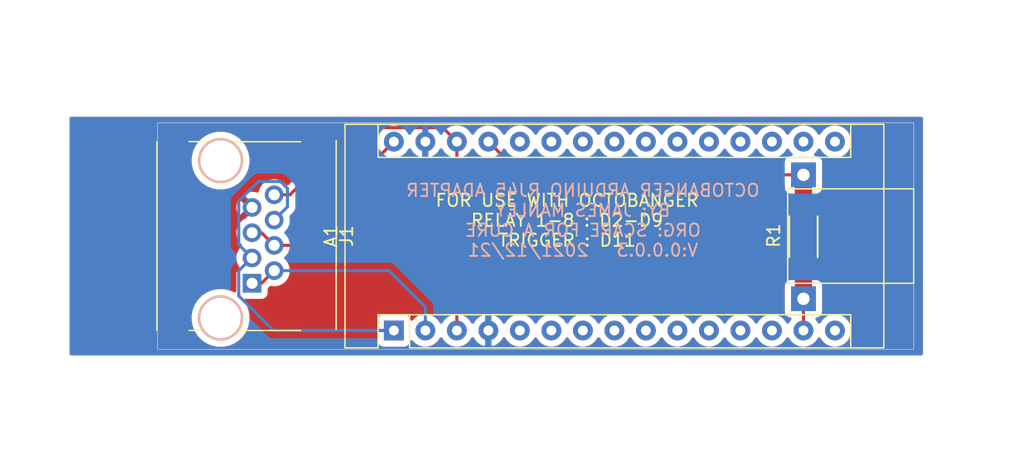
<source format=kicad_pcb>
(kicad_pcb (version 20171130) (host pcbnew "(5.1.12)-1")

  (general
    (thickness 1.6)
    (drawings 10)
    (tracks 34)
    (zones 0)
    (modules 3)
    (nets 29)
  )

  (page A4)
  (layers
    (0 F.Cu signal)
    (31 B.Cu signal)
    (32 B.Adhes user)
    (33 F.Adhes user)
    (34 B.Paste user)
    (35 F.Paste user)
    (36 B.SilkS user)
    (37 F.SilkS user)
    (38 B.Mask user)
    (39 F.Mask user)
    (40 Dwgs.User user)
    (41 Cmts.User user)
    (42 Eco1.User user)
    (43 Eco2.User user)
    (44 Edge.Cuts user)
    (45 Margin user)
    (46 B.CrtYd user)
    (47 F.CrtYd user)
    (48 B.Fab user)
    (49 F.Fab user)
  )

  (setup
    (last_trace_width 0.25)
    (trace_clearance 0.2)
    (zone_clearance 0.508)
    (zone_45_only no)
    (trace_min 0.2)
    (via_size 0.8)
    (via_drill 0.4)
    (via_min_size 0.4)
    (via_min_drill 0.3)
    (uvia_size 0.3)
    (uvia_drill 0.1)
    (uvias_allowed no)
    (uvia_min_size 0.2)
    (uvia_min_drill 0.1)
    (edge_width 0.05)
    (segment_width 0.2)
    (pcb_text_width 0.3)
    (pcb_text_size 1.5 1.5)
    (mod_edge_width 0.12)
    (mod_text_size 1 1)
    (mod_text_width 0.15)
    (pad_size 1.524 1.524)
    (pad_drill 0.762)
    (pad_to_mask_clearance 0)
    (aux_axis_origin 0 0)
    (visible_elements 7FFFFFFF)
    (pcbplotparams
      (layerselection 0x010fc_ffffffff)
      (usegerberextensions false)
      (usegerberattributes true)
      (usegerberadvancedattributes true)
      (creategerberjobfile true)
      (excludeedgelayer true)
      (linewidth 0.100000)
      (plotframeref false)
      (viasonmask false)
      (mode 1)
      (useauxorigin false)
      (hpglpennumber 1)
      (hpglpenspeed 20)
      (hpglpendiameter 15.000000)
      (psnegative false)
      (psa4output false)
      (plotreference true)
      (plotvalue true)
      (plotinvisibletext false)
      (padsonsilk false)
      (subtractmaskfromsilk false)
      (outputformat 1)
      (mirror false)
      (drillshape 1)
      (scaleselection 1)
      (outputdirectory ""))
  )

  (net 0 "")
  (net 1 "Net-(A1-Pad16)")
  (net 2 "Net-(A1-Pad15)")
  (net 3 "Net-(A1-Pad14)")
  (net 4 "Net-(A1-Pad13)")
  (net 5 "Net-(A1-Pad28)")
  (net 6 "Net-(A1-Pad12)")
  (net 7 "Net-(A1-Pad11)")
  (net 8 "Net-(A1-Pad26)")
  (net 9 "Net-(A1-Pad10)")
  (net 10 "Net-(A1-Pad25)")
  (net 11 "Net-(A1-Pad9)")
  (net 12 "Net-(A1-Pad24)")
  (net 13 "Net-(A1-Pad8)")
  (net 14 "Net-(A1-Pad23)")
  (net 15 "Net-(A1-Pad7)")
  (net 16 "Net-(A1-Pad22)")
  (net 17 "Net-(A1-Pad6)")
  (net 18 "Net-(A1-Pad21)")
  (net 19 "Net-(A1-Pad5)")
  (net 20 "Net-(A1-Pad20)")
  (net 21 "Net-(A1-Pad19)")
  (net 22 "Net-(A1-Pad18)")
  (net 23 "Net-(A1-Pad2)")
  (net 24 "Net-(A1-Pad17)")
  (net 25 "Net-(A1-Pad1)")
  (net 26 GND)
  (net 27 +5V)
  (net 28 +12V)

  (net_class Default "This is the default net class."
    (clearance 0.2)
    (trace_width 0.25)
    (via_dia 0.8)
    (via_drill 0.4)
    (uvia_dia 0.3)
    (uvia_drill 0.1)
    (add_net +12V)
    (add_net +5V)
    (add_net GND)
    (add_net "Net-(A1-Pad1)")
    (add_net "Net-(A1-Pad10)")
    (add_net "Net-(A1-Pad11)")
    (add_net "Net-(A1-Pad12)")
    (add_net "Net-(A1-Pad13)")
    (add_net "Net-(A1-Pad14)")
    (add_net "Net-(A1-Pad15)")
    (add_net "Net-(A1-Pad16)")
    (add_net "Net-(A1-Pad17)")
    (add_net "Net-(A1-Pad18)")
    (add_net "Net-(A1-Pad19)")
    (add_net "Net-(A1-Pad2)")
    (add_net "Net-(A1-Pad20)")
    (add_net "Net-(A1-Pad21)")
    (add_net "Net-(A1-Pad22)")
    (add_net "Net-(A1-Pad23)")
    (add_net "Net-(A1-Pad24)")
    (add_net "Net-(A1-Pad25)")
    (add_net "Net-(A1-Pad26)")
    (add_net "Net-(A1-Pad28)")
    (add_net "Net-(A1-Pad5)")
    (add_net "Net-(A1-Pad6)")
    (add_net "Net-(A1-Pad7)")
    (add_net "Net-(A1-Pad8)")
    (add_net "Net-(A1-Pad9)")
  )

  (module digikey-footprints:RJ45_8-[E5J88-00LJG2-L] (layer F.Cu) (tedit 61C21308) (tstamp 6192FFC7)
    (at 180.34 68.58 90)
    (tags RJ45)
    (path /61A38B07)
    (fp_text reference J1 (at 3.81 7.62 90) (layer F.SilkS)
      (effects (font (size 1 1) (thickness 0.15)))
    )
    (fp_text value RJ45 (at 3.32 -6.25 270) (layer F.Fab)
      (effects (font (size 1 1) (thickness 0.15)))
    )
    (fp_line (start -3.81 -5.08) (end -3.81 3.92) (layer F.SilkS) (width 0.12))
    (fp_line (start 11.43 -5.08) (end 11.42 3.91) (layer F.SilkS) (width 0.12))
    (fp_line (start 11.43 -7.67) (end -3.81 -7.67) (layer F.SilkS) (width 0.12))
    (fp_line (start 11.52 6.78) (end -3.72 6.78) (layer F.SilkS) (width 0.12))
    (pad 8 thru_hole circle (at 7.14 1.78 90) (size 1.5 1.5) (drill 0.9) (layers *.Cu *.Mask)
      (net 5 "Net-(A1-Pad28)"))
    (pad 7 thru_hole circle (at 6.12 0 90) (size 1.5 1.5) (drill 0.9) (layers *.Cu *.Mask)
      (net 26 GND))
    (pad 6 thru_hole circle (at 5.1 1.78 90) (size 1.5 1.5) (drill 0.9) (layers *.Cu *.Mask)
      (net 25 "Net-(A1-Pad1)"))
    (pad 5 thru_hole circle (at 4.08 0 90) (size 1.5 1.5) (drill 0.9) (layers *.Cu *.Mask)
      (net 28 +12V))
    (pad 4 thru_hole circle (at 3.06 1.78 90) (size 1.5 1.5) (drill 0.9) (layers *.Cu *.Mask)
      (net 28 +12V))
    (pad 3 thru_hole circle (at 2.04 0 90) (size 1.5 1.5) (drill 0.9) (layers *.Cu *.Mask)
      (net 25 "Net-(A1-Pad1)"))
    (pad 2 thru_hole circle (at 1.02 1.78 90) (size 1.5 1.5) (drill 0.9) (layers *.Cu *.Mask)
      (net 23 "Net-(A1-Pad2)"))
    (pad 1 thru_hole rect (at 0 0 90) (size 1.5 1.5) (drill 0.9) (layers *.Cu *.Mask)
      (net 23 "Net-(A1-Pad2)"))
    (pad Hole np_thru_hole circle (at -2.8 -2.54 90) (size 3.65 3.65) (drill 3.25) (layers *.Cu *.SilkS *.Mask))
    (pad Hole np_thru_hole circle (at 9.9 -2.54 90) (size 3.65 3.65) (drill 3.25) (layers *.Cu *.SilkS *.Mask))
    (model ${KISYS3DMOD}/Connectors.3dshapes/RJ45_8.wrl
      (offset (xyz 4.571999931335449 -6.349999904632568 0))
      (scale (xyz 0.4 0.4 0.4))
      (rotate (xyz 0 0 0))
    )
  )

  (module Resistors_Universal:Resistor_SMD+THTuniversal_1206_RM10_HandSoldering (layer F.Cu) (tedit 0) (tstamp 61C2167B)
    (at 224.79 64.83096 90)
    (descr "Resistor, SMD+THT, universal, 1206, RM10, HandSoldering,")
    (tags "Resistor, SMD+THT, universal, 1206, RM10, Hand soldering,")
    (path /61C21453)
    (fp_text reference R1 (at 0.09906 -2.4003 90) (layer F.SilkS)
      (effects (font (size 1 1) (thickness 0.15)))
    )
    (fp_text value 10K (at 0.06096 2.54 90) (layer F.Fab)
      (effects (font (size 1 1) (thickness 0.15)))
    )
    (fp_line (start 0 -1.143) (end 1.651 -1.143) (layer F.SilkS) (width 0.15))
    (fp_line (start 0 -1.143) (end -1.651 -1.143) (layer F.SilkS) (width 0.15))
    (fp_line (start 1.651 1.143) (end -1.651 1.143) (layer F.SilkS) (width 0.15))
    (pad 1 smd rect (at -2.60096 0 90) (size 2.99974 1.39954) (layers F.Cu F.Paste F.Mask)
      (net 3 "Net-(A1-Pad14)"))
    (pad 2 smd rect (at 2.60096 0 90) (size 2.99974 1.39954) (layers F.Cu F.Paste F.Mask)
      (net 27 +5V))
    (pad 1 thru_hole rect (at -5.00126 0 90) (size 1.99898 1.99898) (drill 1.00076) (layers *.Cu *.Mask)
      (net 3 "Net-(A1-Pad14)"))
    (pad 2 thru_hole rect (at 5.00126 0 90) (size 1.99898 1.99898) (drill 1.00076) (layers *.Cu *.Mask)
      (net 27 +5V))
  )

  (module Modules:Arduino_Nano (layer F.Cu) (tedit 58ACAF70) (tstamp 6192EC32)
    (at 191.77 72.39 90)
    (descr "Arduino Nano, http://www.mouser.com/pdfdocs/Gravitech_Arduino_Nano3_0.pdf")
    (tags "Arduino Nano")
    (path /61A38041)
    (fp_text reference A1 (at 7.62 -5.08 90) (layer F.SilkS)
      (effects (font (size 1 1) (thickness 0.15)))
    )
    (fp_text value Arduino_Nano_v3.x (at 8.89 19.05) (layer F.Fab)
      (effects (font (size 1 1) (thickness 0.15)))
    )
    (fp_line (start 16.75 42.16) (end -1.53 42.16) (layer F.CrtYd) (width 0.05))
    (fp_line (start 16.75 42.16) (end 16.75 -4.06) (layer F.CrtYd) (width 0.05))
    (fp_line (start -1.53 -4.06) (end -1.53 42.16) (layer F.CrtYd) (width 0.05))
    (fp_line (start -1.53 -4.06) (end 16.75 -4.06) (layer F.CrtYd) (width 0.05))
    (fp_line (start 16.51 -3.81) (end 16.51 39.37) (layer F.Fab) (width 0.1))
    (fp_line (start 0 -3.81) (end 16.51 -3.81) (layer F.Fab) (width 0.1))
    (fp_line (start -1.27 -2.54) (end 0 -3.81) (layer F.Fab) (width 0.1))
    (fp_line (start -1.27 39.37) (end -1.27 -2.54) (layer F.Fab) (width 0.1))
    (fp_line (start 16.51 39.37) (end -1.27 39.37) (layer F.Fab) (width 0.1))
    (fp_line (start 16.64 -3.94) (end -1.4 -3.94) (layer F.SilkS) (width 0.12))
    (fp_line (start 16.64 39.5) (end 16.64 -3.94) (layer F.SilkS) (width 0.12))
    (fp_line (start -1.4 39.5) (end 16.64 39.5) (layer F.SilkS) (width 0.12))
    (fp_line (start 3.81 41.91) (end 3.81 31.75) (layer F.Fab) (width 0.1))
    (fp_line (start 11.43 41.91) (end 3.81 41.91) (layer F.Fab) (width 0.1))
    (fp_line (start 11.43 31.75) (end 11.43 41.91) (layer F.Fab) (width 0.1))
    (fp_line (start 3.81 31.75) (end 11.43 31.75) (layer F.Fab) (width 0.1))
    (fp_line (start 1.27 36.83) (end -1.4 36.83) (layer F.SilkS) (width 0.12))
    (fp_line (start 1.27 1.27) (end 1.27 36.83) (layer F.SilkS) (width 0.12))
    (fp_line (start 1.27 1.27) (end -1.4 1.27) (layer F.SilkS) (width 0.12))
    (fp_line (start 13.97 36.83) (end 16.64 36.83) (layer F.SilkS) (width 0.12))
    (fp_line (start 13.97 -1.27) (end 13.97 36.83) (layer F.SilkS) (width 0.12))
    (fp_line (start 13.97 -1.27) (end 16.64 -1.27) (layer F.SilkS) (width 0.12))
    (fp_line (start -1.4 -3.94) (end -1.4 -1.27) (layer F.SilkS) (width 0.12))
    (fp_line (start -1.4 1.27) (end -1.4 39.5) (layer F.SilkS) (width 0.12))
    (fp_line (start 1.27 -1.27) (end -1.4 -1.27) (layer F.SilkS) (width 0.12))
    (fp_line (start 1.27 1.27) (end 1.27 -1.27) (layer F.SilkS) (width 0.12))
    (fp_text user %R (at 6.35 19.05) (layer F.Fab)
      (effects (font (size 1 1) (thickness 0.15)))
    )
    (pad 16 thru_hole oval (at 15.24 35.56 90) (size 1.6 1.6) (drill 0.8) (layers *.Cu *.Mask)
      (net 1 "Net-(A1-Pad16)"))
    (pad 15 thru_hole oval (at 0 35.56 90) (size 1.6 1.6) (drill 0.8) (layers *.Cu *.Mask)
      (net 2 "Net-(A1-Pad15)"))
    (pad 30 thru_hole oval (at 15.24 0 90) (size 1.6 1.6) (drill 0.8) (layers *.Cu *.Mask)
      (net 28 +12V))
    (pad 14 thru_hole oval (at 0 33.02 90) (size 1.6 1.6) (drill 0.8) (layers *.Cu *.Mask)
      (net 3 "Net-(A1-Pad14)"))
    (pad 29 thru_hole oval (at 15.24 2.54 90) (size 1.6 1.6) (drill 0.8) (layers *.Cu *.Mask)
      (net 26 GND))
    (pad 13 thru_hole oval (at 0 30.48 90) (size 1.6 1.6) (drill 0.8) (layers *.Cu *.Mask)
      (net 4 "Net-(A1-Pad13)"))
    (pad 28 thru_hole oval (at 15.24 5.08 90) (size 1.6 1.6) (drill 0.8) (layers *.Cu *.Mask)
      (net 5 "Net-(A1-Pad28)"))
    (pad 12 thru_hole oval (at 0 27.94 90) (size 1.6 1.6) (drill 0.8) (layers *.Cu *.Mask)
      (net 6 "Net-(A1-Pad12)"))
    (pad 27 thru_hole oval (at 15.24 7.62 90) (size 1.6 1.6) (drill 0.8) (layers *.Cu *.Mask)
      (net 27 +5V))
    (pad 11 thru_hole oval (at 0 25.4 90) (size 1.6 1.6) (drill 0.8) (layers *.Cu *.Mask)
      (net 7 "Net-(A1-Pad11)"))
    (pad 26 thru_hole oval (at 15.24 10.16 90) (size 1.6 1.6) (drill 0.8) (layers *.Cu *.Mask)
      (net 8 "Net-(A1-Pad26)"))
    (pad 10 thru_hole oval (at 0 22.86 90) (size 1.6 1.6) (drill 0.8) (layers *.Cu *.Mask)
      (net 9 "Net-(A1-Pad10)"))
    (pad 25 thru_hole oval (at 15.24 12.7 90) (size 1.6 1.6) (drill 0.8) (layers *.Cu *.Mask)
      (net 10 "Net-(A1-Pad25)"))
    (pad 9 thru_hole oval (at 0 20.32 90) (size 1.6 1.6) (drill 0.8) (layers *.Cu *.Mask)
      (net 11 "Net-(A1-Pad9)"))
    (pad 24 thru_hole oval (at 15.24 15.24 90) (size 1.6 1.6) (drill 0.8) (layers *.Cu *.Mask)
      (net 12 "Net-(A1-Pad24)"))
    (pad 8 thru_hole oval (at 0 17.78 90) (size 1.6 1.6) (drill 0.8) (layers *.Cu *.Mask)
      (net 13 "Net-(A1-Pad8)"))
    (pad 23 thru_hole oval (at 15.24 17.78 90) (size 1.6 1.6) (drill 0.8) (layers *.Cu *.Mask)
      (net 14 "Net-(A1-Pad23)"))
    (pad 7 thru_hole oval (at 0 15.24 90) (size 1.6 1.6) (drill 0.8) (layers *.Cu *.Mask)
      (net 15 "Net-(A1-Pad7)"))
    (pad 22 thru_hole oval (at 15.24 20.32 90) (size 1.6 1.6) (drill 0.8) (layers *.Cu *.Mask)
      (net 16 "Net-(A1-Pad22)"))
    (pad 6 thru_hole oval (at 0 12.7 90) (size 1.6 1.6) (drill 0.8) (layers *.Cu *.Mask)
      (net 17 "Net-(A1-Pad6)"))
    (pad 21 thru_hole oval (at 15.24 22.86 90) (size 1.6 1.6) (drill 0.8) (layers *.Cu *.Mask)
      (net 18 "Net-(A1-Pad21)"))
    (pad 5 thru_hole oval (at 0 10.16 90) (size 1.6 1.6) (drill 0.8) (layers *.Cu *.Mask)
      (net 19 "Net-(A1-Pad5)"))
    (pad 20 thru_hole oval (at 15.24 25.4 90) (size 1.6 1.6) (drill 0.8) (layers *.Cu *.Mask)
      (net 20 "Net-(A1-Pad20)"))
    (pad 4 thru_hole oval (at 0 7.62 90) (size 1.6 1.6) (drill 0.8) (layers *.Cu *.Mask)
      (net 26 GND))
    (pad 19 thru_hole oval (at 15.24 27.94 90) (size 1.6 1.6) (drill 0.8) (layers *.Cu *.Mask)
      (net 21 "Net-(A1-Pad19)"))
    (pad 3 thru_hole oval (at 0 5.08 90) (size 1.6 1.6) (drill 0.8) (layers *.Cu *.Mask)
      (net 5 "Net-(A1-Pad28)"))
    (pad 18 thru_hole oval (at 15.24 30.48 90) (size 1.6 1.6) (drill 0.8) (layers *.Cu *.Mask)
      (net 22 "Net-(A1-Pad18)"))
    (pad 2 thru_hole oval (at 0 2.54 90) (size 1.6 1.6) (drill 0.8) (layers *.Cu *.Mask)
      (net 23 "Net-(A1-Pad2)"))
    (pad 17 thru_hole oval (at 15.24 33.02 90) (size 1.6 1.6) (drill 0.8) (layers *.Cu *.Mask)
      (net 24 "Net-(A1-Pad17)"))
    (pad 1 thru_hole rect (at 0 0 90) (size 1.6 1.6) (drill 0.8) (layers *.Cu *.Mask)
      (net 25 "Net-(A1-Pad1)"))
  )

  (gr_text "FOR USE WITH OCTOBANGER\nRELAY 1-8 : D2-D9\nTRIGGER : D11" (at 205.74 63.5) (layer F.SilkS)
    (effects (font (size 1 1) (thickness 0.15)))
  )
  (gr_text "OCTOBANGER ARDUINO RJ45 ADAPTER\nBY: JAMES MANLEY\nORG: SCARE FOR A CURE\nV:0.0.0.3   2021/12/21" (at 207.01 63.5) (layer B.SilkS)
    (effects (font (size 1 1) (thickness 0.15)) (justify mirror))
  )
  (gr_line (start 223.52 68.58) (end 223.52 60.96) (layer F.SilkS) (width 0.12) (tstamp 6192EF91))
  (gr_line (start 233.68 68.58) (end 223.52 68.58) (layer F.SilkS) (width 0.12))
  (gr_line (start 233.68 60.96) (end 233.68 68.58) (layer F.SilkS) (width 0.12))
  (gr_line (start 223.52 60.96) (end 233.68 60.96) (layer F.SilkS) (width 0.12))
  (gr_line (start 233.68 73.914) (end 233.68 55.626) (layer Edge.Cuts) (width 0.05) (tstamp 6192EF90))
  (gr_line (start 172.72 73.914) (end 233.68 73.914) (layer Edge.Cuts) (width 0.05))
  (gr_line (start 172.72 55.626) (end 172.72 73.914) (layer Edge.Cuts) (width 0.05))
  (gr_line (start 233.68 55.626) (end 172.72 55.626) (layer Edge.Cuts) (width 0.05))

  (segment (start 191.77 57.79) (end 191.77 57.15) (width 0.25) (layer F.Cu) (net 28))
  (segment (start 181.1 64.5) (end 182.12 65.52) (width 0.25) (layer F.Cu) (net 28))
  (segment (start 180.34 64.5) (end 181.1 64.5) (width 0.25) (layer F.Cu) (net 28))
  (segment (start 183.4 65.52) (end 191.77 57.15) (width 0.25) (layer F.Cu) (net 28))
  (segment (start 182.12 65.52) (end 183.4 65.52) (width 0.25) (layer F.Cu) (net 28))
  (segment (start 224.79 72.39) (end 224.79 69.83222) (width 0.25) (layer F.Cu) (net 3))
  (segment (start 224.79 69.83222) (end 224.79 67.43192) (width 0.25) (layer F.Cu) (net 3))
  (segment (start 195.724999 56.024999) (end 188.805001 56.024999) (width 0.25) (layer F.Cu) (net 5))
  (segment (start 196.85 57.15) (end 195.724999 56.024999) (width 0.25) (layer F.Cu) (net 5))
  (segment (start 183.39 61.44) (end 188.805001 56.024999) (width 0.25) (layer F.Cu) (net 5))
  (segment (start 182.12 61.44) (end 183.39 61.44) (width 0.25) (layer F.Cu) (net 5))
  (segment (start 196.85 57.15) (end 196.85 72.39) (width 0.25) (layer F.Cu) (net 5))
  (segment (start 224.79 62.23) (end 224.79 59.8297) (width 0.25) (layer F.Cu) (net 27))
  (segment (start 202.0697 59.8297) (end 199.39 57.15) (width 0.25) (layer F.Cu) (net 27))
  (segment (start 224.79 59.8297) (end 202.0697 59.8297) (width 0.25) (layer F.Cu) (net 27))
  (segment (start 194.31 70.49) (end 194.31 72.39) (width 0.25) (layer B.Cu) (net 23))
  (segment (start 191.38 67.56) (end 194.31 70.49) (width 0.25) (layer B.Cu) (net 23))
  (segment (start 181.1 68.58) (end 182.12 67.56) (width 0.25) (layer F.Cu) (net 23))
  (segment (start 180.34 68.58) (end 181.1 68.58) (width 0.25) (layer F.Cu) (net 23))
  (segment (start 182.12 67.56) (end 191.38 67.56) (width 0.25) (layer B.Cu) (net 23))
  (segment (start 191.13 72.39) (end 191.77 72.39) (width 0.25) (layer B.Cu) (net 25))
  (segment (start 183.334998 72.39) (end 191.77 72.39) (width 0.25) (layer B.Cu) (net 25))
  (segment (start 179.264999 65.464999) (end 180.34 66.54) (width 0.25) (layer B.Cu) (net 25))
  (segment (start 182.636001 60.364999) (end 180.843999 60.364999) (width 0.25) (layer B.Cu) (net 25))
  (segment (start 179.264999 61.943999) (end 179.264999 65.464999) (width 0.25) (layer B.Cu) (net 25))
  (segment (start 183.195001 60.923999) (end 182.636001 60.364999) (width 0.25) (layer B.Cu) (net 25))
  (segment (start 180.843999 60.364999) (end 179.264999 61.943999) (width 0.25) (layer B.Cu) (net 25))
  (segment (start 183.195001 62.404999) (end 183.195001 60.923999) (width 0.25) (layer B.Cu) (net 25))
  (segment (start 182.12 63.48) (end 183.195001 62.404999) (width 0.25) (layer B.Cu) (net 25))
  (segment (start 182.064998 72.39) (end 191.77 72.39) (width 0.25) (layer B.Cu) (net 25))
  (segment (start 179.264999 69.590001) (end 182.064998 72.39) (width 0.25) (layer B.Cu) (net 25))
  (segment (start 179.264999 67.569999) (end 179.264999 69.590001) (width 0.25) (layer B.Cu) (net 25))
  (segment (start 180.294998 66.54) (end 179.264999 67.569999) (width 0.25) (layer B.Cu) (net 25))
  (segment (start 180.34 66.54) (end 180.294998 66.54) (width 0.25) (layer B.Cu) (net 25))

  (zone (net 26) (net_name GND) (layer F.Cu) (tstamp 0) (hatch edge 0.508)
    (connect_pads (clearance 0.508))
    (min_thickness 0.254)
    (fill yes (arc_segments 32) (thermal_gap 0.508) (thermal_bridge_width 0.508))
    (polygon
      (pts
        (xy 242.57 83.82) (xy 160.02 83.82) (xy 160.02 45.72) (xy 242.57 45.72)
      )
    )
    (filled_polygon
      (pts
        (xy 188.656015 55.275996) (xy 188.512754 55.319453) (xy 188.380725 55.390025) (xy 188.265 55.484998) (xy 188.241202 55.513996)
        (xy 183.196715 60.558484) (xy 183.195799 60.557114) (xy 183.002886 60.364201) (xy 182.776043 60.212629) (xy 182.523989 60.108225)
        (xy 182.256411 60.055) (xy 181.983589 60.055) (xy 181.716011 60.108225) (xy 181.463957 60.212629) (xy 181.237114 60.364201)
        (xy 181.044201 60.557114) (xy 180.892629 60.783957) (xy 180.788225 61.036011) (xy 180.767729 61.139052) (xy 180.54004 61.08275)
        (xy 180.267508 61.070188) (xy 179.997762 61.111035) (xy 179.741168 61.203723) (xy 179.628137 61.26414) (xy 179.562612 61.503007)
        (xy 180.34 62.280395) (xy 180.354143 62.266253) (xy 180.533748 62.445858) (xy 180.519605 62.46) (xy 180.533748 62.474143)
        (xy 180.354143 62.653748) (xy 180.34 62.639605) (xy 179.723253 63.256352) (xy 179.683957 63.272629) (xy 179.457114 63.424201)
        (xy 179.264201 63.617114) (xy 179.112629 63.843957) (xy 179.008225 64.096011) (xy 178.955 64.363589) (xy 178.955 64.636411)
        (xy 179.008225 64.903989) (xy 179.112629 65.156043) (xy 179.264201 65.382886) (xy 179.401315 65.52) (xy 179.264201 65.657114)
        (xy 179.112629 65.883957) (xy 179.008225 66.136011) (xy 178.955 66.403589) (xy 178.955 66.676411) (xy 179.008225 66.943989)
        (xy 179.112629 67.196043) (xy 179.200776 67.327965) (xy 179.138815 67.378815) (xy 179.059463 67.475506) (xy 179.000498 67.58582)
        (xy 178.964188 67.705518) (xy 178.951928 67.83) (xy 178.951928 69.194459) (xy 178.517556 69.014536) (xy 178.042289 68.92)
        (xy 177.557711 68.92) (xy 177.082444 69.014536) (xy 176.634753 69.199976) (xy 176.231841 69.469193) (xy 175.889193 69.811841)
        (xy 175.619976 70.214753) (xy 175.434536 70.662444) (xy 175.34 71.137711) (xy 175.34 71.622289) (xy 175.434536 72.097556)
        (xy 175.619976 72.545247) (xy 175.889193 72.948159) (xy 176.231841 73.290807) (xy 176.634753 73.560024) (xy 177.082444 73.745464)
        (xy 177.557711 73.84) (xy 178.042289 73.84) (xy 178.517556 73.745464) (xy 178.965247 73.560024) (xy 179.368159 73.290807)
        (xy 179.710807 72.948159) (xy 179.980024 72.545247) (xy 180.165464 72.097556) (xy 180.26 71.622289) (xy 180.26 71.59)
        (xy 190.331928 71.59) (xy 190.331928 73.19) (xy 190.344188 73.314482) (xy 190.380498 73.43418) (xy 190.439463 73.544494)
        (xy 190.518815 73.641185) (xy 190.615506 73.720537) (xy 190.72582 73.779502) (xy 190.845518 73.815812) (xy 190.97 73.828072)
        (xy 192.57 73.828072) (xy 192.694482 73.815812) (xy 192.81418 73.779502) (xy 192.924494 73.720537) (xy 193.021185 73.641185)
        (xy 193.100537 73.544494) (xy 193.159502 73.43418) (xy 193.195812 73.314482) (xy 193.196643 73.306039) (xy 193.395241 73.504637)
        (xy 193.630273 73.66168) (xy 193.891426 73.769853) (xy 194.168665 73.825) (xy 194.451335 73.825) (xy 194.728574 73.769853)
        (xy 194.989727 73.66168) (xy 195.224759 73.504637) (xy 195.424637 73.304759) (xy 195.58 73.072241) (xy 195.735363 73.304759)
        (xy 195.935241 73.504637) (xy 196.170273 73.66168) (xy 196.431426 73.769853) (xy 196.708665 73.825) (xy 196.991335 73.825)
        (xy 197.268574 73.769853) (xy 197.529727 73.66168) (xy 197.764759 73.504637) (xy 197.964637 73.304759) (xy 198.12168 73.069727)
        (xy 198.126067 73.059135) (xy 198.237615 73.245131) (xy 198.426586 73.453519) (xy 198.65258 73.621037) (xy 198.906913 73.741246)
        (xy 199.040961 73.781904) (xy 199.263 73.659915) (xy 199.263 72.517) (xy 199.243 72.517) (xy 199.243 72.263)
        (xy 199.263 72.263) (xy 199.263 71.120085) (xy 199.517 71.120085) (xy 199.517 72.263) (xy 199.537 72.263)
        (xy 199.537 72.517) (xy 199.517 72.517) (xy 199.517 73.659915) (xy 199.739039 73.781904) (xy 199.873087 73.741246)
        (xy 200.12742 73.621037) (xy 200.353414 73.453519) (xy 200.542385 73.245131) (xy 200.653933 73.059135) (xy 200.65832 73.069727)
        (xy 200.815363 73.304759) (xy 201.015241 73.504637) (xy 201.250273 73.66168) (xy 201.511426 73.769853) (xy 201.788665 73.825)
        (xy 202.071335 73.825) (xy 202.348574 73.769853) (xy 202.609727 73.66168) (xy 202.844759 73.504637) (xy 203.044637 73.304759)
        (xy 203.2 73.072241) (xy 203.355363 73.304759) (xy 203.555241 73.504637) (xy 203.790273 73.66168) (xy 204.051426 73.769853)
        (xy 204.328665 73.825) (xy 204.611335 73.825) (xy 204.888574 73.769853) (xy 205.149727 73.66168) (xy 205.384759 73.504637)
        (xy 205.584637 73.304759) (xy 205.74 73.072241) (xy 205.895363 73.304759) (xy 206.095241 73.504637) (xy 206.330273 73.66168)
        (xy 206.591426 73.769853) (xy 206.868665 73.825) (xy 207.151335 73.825) (xy 207.428574 73.769853) (xy 207.689727 73.66168)
        (xy 207.924759 73.504637) (xy 208.124637 73.304759) (xy 208.28 73.072241) (xy 208.435363 73.304759) (xy 208.635241 73.504637)
        (xy 208.870273 73.66168) (xy 209.131426 73.769853) (xy 209.408665 73.825) (xy 209.691335 73.825) (xy 209.968574 73.769853)
        (xy 210.229727 73.66168) (xy 210.464759 73.504637) (xy 210.664637 73.304759) (xy 210.82 73.072241) (xy 210.975363 73.304759)
        (xy 211.175241 73.504637) (xy 211.410273 73.66168) (xy 211.671426 73.769853) (xy 211.948665 73.825) (xy 212.231335 73.825)
        (xy 212.508574 73.769853) (xy 212.769727 73.66168) (xy 213.004759 73.504637) (xy 213.204637 73.304759) (xy 213.36 73.072241)
        (xy 213.515363 73.304759) (xy 213.715241 73.504637) (xy 213.950273 73.66168) (xy 214.211426 73.769853) (xy 214.488665 73.825)
        (xy 214.771335 73.825) (xy 215.048574 73.769853) (xy 215.309727 73.66168) (xy 215.544759 73.504637) (xy 215.744637 73.304759)
        (xy 215.9 73.072241) (xy 216.055363 73.304759) (xy 216.255241 73.504637) (xy 216.490273 73.66168) (xy 216.751426 73.769853)
        (xy 217.028665 73.825) (xy 217.311335 73.825) (xy 217.588574 73.769853) (xy 217.849727 73.66168) (xy 218.084759 73.504637)
        (xy 218.284637 73.304759) (xy 218.44 73.072241) (xy 218.595363 73.304759) (xy 218.795241 73.504637) (xy 219.030273 73.66168)
        (xy 219.291426 73.769853) (xy 219.568665 73.825) (xy 219.851335 73.825) (xy 220.128574 73.769853) (xy 220.389727 73.66168)
        (xy 220.624759 73.504637) (xy 220.824637 73.304759) (xy 220.98 73.072241) (xy 221.135363 73.304759) (xy 221.335241 73.504637)
        (xy 221.570273 73.66168) (xy 221.831426 73.769853) (xy 222.108665 73.825) (xy 222.391335 73.825) (xy 222.668574 73.769853)
        (xy 222.929727 73.66168) (xy 223.164759 73.504637) (xy 223.364637 73.304759) (xy 223.52 73.072241) (xy 223.675363 73.304759)
        (xy 223.875241 73.504637) (xy 224.110273 73.66168) (xy 224.371426 73.769853) (xy 224.648665 73.825) (xy 224.931335 73.825)
        (xy 225.208574 73.769853) (xy 225.469727 73.66168) (xy 225.704759 73.504637) (xy 225.904637 73.304759) (xy 226.06 73.072241)
        (xy 226.215363 73.304759) (xy 226.415241 73.504637) (xy 226.650273 73.66168) (xy 226.911426 73.769853) (xy 227.188665 73.825)
        (xy 227.471335 73.825) (xy 227.748574 73.769853) (xy 228.009727 73.66168) (xy 228.244759 73.504637) (xy 228.444637 73.304759)
        (xy 228.60168 73.069727) (xy 228.709853 72.808574) (xy 228.765 72.531335) (xy 228.765 72.248665) (xy 228.709853 71.971426)
        (xy 228.60168 71.710273) (xy 228.444637 71.475241) (xy 228.244759 71.275363) (xy 228.009727 71.11832) (xy 227.748574 71.010147)
        (xy 227.471335 70.955) (xy 227.188665 70.955) (xy 226.911426 71.010147) (xy 226.650273 71.11832) (xy 226.415241 71.275363)
        (xy 226.215363 71.475241) (xy 226.06 71.707759) (xy 225.904637 71.475241) (xy 225.889344 71.459948) (xy 225.913972 71.457522)
        (xy 226.03367 71.421212) (xy 226.143984 71.362247) (xy 226.240675 71.282895) (xy 226.320027 71.186204) (xy 226.378992 71.07589)
        (xy 226.415302 70.956192) (xy 226.427562 70.83171) (xy 226.427562 68.83273) (xy 226.415302 68.708248) (xy 226.378992 68.58855)
        (xy 226.320027 68.478236) (xy 226.240675 68.381545) (xy 226.143984 68.302193) (xy 226.127842 68.293565) (xy 226.127842 65.93205)
        (xy 226.115582 65.807568) (xy 226.079272 65.68787) (xy 226.020307 65.577556) (xy 225.940955 65.480865) (xy 225.844264 65.401513)
        (xy 225.73395 65.342548) (xy 225.614252 65.306238) (xy 225.48977 65.293978) (xy 224.09023 65.293978) (xy 223.965748 65.306238)
        (xy 223.84605 65.342548) (xy 223.735736 65.401513) (xy 223.639045 65.480865) (xy 223.559693 65.577556) (xy 223.500728 65.68787)
        (xy 223.464418 65.807568) (xy 223.452158 65.93205) (xy 223.452158 68.293565) (xy 223.436016 68.302193) (xy 223.339325 68.381545)
        (xy 223.259973 68.478236) (xy 223.201008 68.58855) (xy 223.164698 68.708248) (xy 223.152438 68.83273) (xy 223.152438 70.83171)
        (xy 223.164698 70.956192) (xy 223.201008 71.07589) (xy 223.259973 71.186204) (xy 223.339325 71.282895) (xy 223.436016 71.362247)
        (xy 223.54633 71.421212) (xy 223.666028 71.457522) (xy 223.690656 71.459948) (xy 223.675363 71.475241) (xy 223.52 71.707759)
        (xy 223.364637 71.475241) (xy 223.164759 71.275363) (xy 222.929727 71.11832) (xy 222.668574 71.010147) (xy 222.391335 70.955)
        (xy 222.108665 70.955) (xy 221.831426 71.010147) (xy 221.570273 71.11832) (xy 221.335241 71.275363) (xy 221.135363 71.475241)
        (xy 220.98 71.707759) (xy 220.824637 71.475241) (xy 220.624759 71.275363) (xy 220.389727 71.11832) (xy 220.128574 71.010147)
        (xy 219.851335 70.955) (xy 219.568665 70.955) (xy 219.291426 71.010147) (xy 219.030273 71.11832) (xy 218.795241 71.275363)
        (xy 218.595363 71.475241) (xy 218.44 71.707759) (xy 218.284637 71.475241) (xy 218.084759 71.275363) (xy 217.849727 71.11832)
        (xy 217.588574 71.010147) (xy 217.311335 70.955) (xy 217.028665 70.955) (xy 216.751426 71.010147) (xy 216.490273 71.11832)
        (xy 216.255241 71.275363) (xy 216.055363 71.475241) (xy 215.9 71.707759) (xy 215.744637 71.475241) (xy 215.544759 71.275363)
        (xy 215.309727 71.11832) (xy 215.048574 71.010147) (xy 214.771335 70.955) (xy 214.488665 70.955) (xy 214.211426 71.010147)
        (xy 213.950273 71.11832) (xy 213.715241 71.275363) (xy 213.515363 71.475241) (xy 213.36 71.707759) (xy 213.204637 71.475241)
        (xy 213.004759 71.275363) (xy 212.769727 71.11832) (xy 212.508574 71.010147) (xy 212.231335 70.955) (xy 211.948665 70.955)
        (xy 211.671426 71.010147) (xy 211.410273 71.11832) (xy 211.175241 71.275363) (xy 210.975363 71.475241) (xy 210.82 71.707759)
        (xy 210.664637 71.475241) (xy 210.464759 71.275363) (xy 210.229727 71.11832) (xy 209.968574 71.010147) (xy 209.691335 70.955)
        (xy 209.408665 70.955) (xy 209.131426 71.010147) (xy 208.870273 71.11832) (xy 208.635241 71.275363) (xy 208.435363 71.475241)
        (xy 208.28 71.707759) (xy 208.124637 71.475241) (xy 207.924759 71.275363) (xy 207.689727 71.11832) (xy 207.428574 71.010147)
        (xy 207.151335 70.955) (xy 206.868665 70.955) (xy 206.591426 71.010147) (xy 206.330273 71.11832) (xy 206.095241 71.275363)
        (xy 205.895363 71.475241) (xy 205.74 71.707759) (xy 205.584637 71.475241) (xy 205.384759 71.275363) (xy 205.149727 71.11832)
        (xy 204.888574 71.010147) (xy 204.611335 70.955) (xy 204.328665 70.955) (xy 204.051426 71.010147) (xy 203.790273 71.11832)
        (xy 203.555241 71.275363) (xy 203.355363 71.475241) (xy 203.2 71.707759) (xy 203.044637 71.475241) (xy 202.844759 71.275363)
        (xy 202.609727 71.11832) (xy 202.348574 71.010147) (xy 202.071335 70.955) (xy 201.788665 70.955) (xy 201.511426 71.010147)
        (xy 201.250273 71.11832) (xy 201.015241 71.275363) (xy 200.815363 71.475241) (xy 200.65832 71.710273) (xy 200.653933 71.720865)
        (xy 200.542385 71.534869) (xy 200.353414 71.326481) (xy 200.12742 71.158963) (xy 199.873087 71.038754) (xy 199.739039 70.998096)
        (xy 199.517 71.120085) (xy 199.263 71.120085) (xy 199.040961 70.998096) (xy 198.906913 71.038754) (xy 198.65258 71.158963)
        (xy 198.426586 71.326481) (xy 198.237615 71.534869) (xy 198.126067 71.720865) (xy 198.12168 71.710273) (xy 197.964637 71.475241)
        (xy 197.764759 71.275363) (xy 197.529727 71.11832) (xy 197.268574 71.010147) (xy 196.991335 70.955) (xy 196.708665 70.955)
        (xy 196.431426 71.010147) (xy 196.170273 71.11832) (xy 195.935241 71.275363) (xy 195.735363 71.475241) (xy 195.58 71.707759)
        (xy 195.424637 71.475241) (xy 195.224759 71.275363) (xy 194.989727 71.11832) (xy 194.728574 71.010147) (xy 194.451335 70.955)
        (xy 194.168665 70.955) (xy 193.891426 71.010147) (xy 193.630273 71.11832) (xy 193.395241 71.275363) (xy 193.196643 71.473961)
        (xy 193.195812 71.465518) (xy 193.159502 71.34582) (xy 193.100537 71.235506) (xy 193.021185 71.138815) (xy 192.924494 71.059463)
        (xy 192.81418 71.000498) (xy 192.694482 70.964188) (xy 192.57 70.951928) (xy 190.97 70.951928) (xy 190.845518 70.964188)
        (xy 190.72582 71.000498) (xy 190.615506 71.059463) (xy 190.518815 71.138815) (xy 190.439463 71.235506) (xy 190.380498 71.34582)
        (xy 190.344188 71.465518) (xy 190.331928 71.59) (xy 180.26 71.59) (xy 180.26 71.137711) (xy 180.165464 70.662444)
        (xy 179.980024 70.214753) (xy 179.815197 69.968072) (xy 181.09 69.968072) (xy 181.214482 69.955812) (xy 181.33418 69.919502)
        (xy 181.444494 69.860537) (xy 181.541185 69.781185) (xy 181.620537 69.684494) (xy 181.679502 69.57418) (xy 181.715812 69.454482)
        (xy 181.728072 69.33) (xy 181.728072 69.026729) (xy 181.838635 68.916167) (xy 181.983589 68.945) (xy 182.256411 68.945)
        (xy 182.523989 68.891775) (xy 182.776043 68.787371) (xy 183.002886 68.635799) (xy 183.195799 68.442886) (xy 183.347371 68.216043)
        (xy 183.451775 67.963989) (xy 183.505 67.696411) (xy 183.505 67.423589) (xy 183.451775 67.156011) (xy 183.347371 66.903957)
        (xy 183.195799 66.677114) (xy 183.058685 66.54) (xy 183.195799 66.402886) (xy 183.277909 66.28) (xy 183.362678 66.28)
        (xy 183.4 66.283676) (xy 183.437322 66.28) (xy 183.437333 66.28) (xy 183.548986 66.269003) (xy 183.692247 66.225546)
        (xy 183.824276 66.154974) (xy 183.940001 66.060001) (xy 183.963804 66.030997) (xy 191.446114 58.548688) (xy 191.628665 58.585)
        (xy 191.911335 58.585) (xy 192.188574 58.529853) (xy 192.449727 58.42168) (xy 192.684759 58.264637) (xy 192.884637 58.064759)
        (xy 193.04168 57.829727) (xy 193.046067 57.819135) (xy 193.157615 58.005131) (xy 193.346586 58.213519) (xy 193.57258 58.381037)
        (xy 193.826913 58.501246) (xy 193.960961 58.541904) (xy 194.183 58.419915) (xy 194.183 57.277) (xy 194.163 57.277)
        (xy 194.163 57.023) (xy 194.183 57.023) (xy 194.183 57.003) (xy 194.437 57.003) (xy 194.437 57.023)
        (xy 194.457 57.023) (xy 194.457 57.277) (xy 194.437 57.277) (xy 194.437 58.419915) (xy 194.659039 58.541904)
        (xy 194.793087 58.501246) (xy 195.04742 58.381037) (xy 195.273414 58.213519) (xy 195.462385 58.005131) (xy 195.573933 57.819135)
        (xy 195.57832 57.829727) (xy 195.735363 58.064759) (xy 195.935241 58.264637) (xy 196.170273 58.42168) (xy 196.431426 58.529853)
        (xy 196.708665 58.585) (xy 196.991335 58.585) (xy 197.268574 58.529853) (xy 197.529727 58.42168) (xy 197.764759 58.264637)
        (xy 197.964637 58.064759) (xy 198.12 57.832241) (xy 198.275363 58.064759) (xy 198.475241 58.264637) (xy 198.710273 58.42168)
        (xy 198.971426 58.529853) (xy 199.248665 58.585) (xy 199.531335 58.585) (xy 199.713886 58.548688) (xy 201.505901 60.340703)
        (xy 201.529699 60.369701) (xy 201.558697 60.393499) (xy 201.645423 60.464674) (xy 201.777453 60.535246) (xy 201.920714 60.578703)
        (xy 202.032367 60.5897) (xy 202.032376 60.5897) (xy 202.069699 60.593376) (xy 202.107022 60.5897) (xy 223.152438 60.5897)
        (xy 223.152438 60.82919) (xy 223.164698 60.953672) (xy 223.201008 61.07337) (xy 223.259973 61.183684) (xy 223.339325 61.280375)
        (xy 223.436016 61.359727) (xy 223.452158 61.368355) (xy 223.452158 63.72987) (xy 223.464418 63.854352) (xy 223.500728 63.97405)
        (xy 223.559693 64.084364) (xy 223.639045 64.181055) (xy 223.735736 64.260407) (xy 223.84605 64.319372) (xy 223.965748 64.355682)
        (xy 224.09023 64.367942) (xy 225.48977 64.367942) (xy 225.614252 64.355682) (xy 225.73395 64.319372) (xy 225.844264 64.260407)
        (xy 225.940955 64.181055) (xy 226.020307 64.084364) (xy 226.079272 63.97405) (xy 226.115582 63.854352) (xy 226.127842 63.72987)
        (xy 226.127842 61.368355) (xy 226.143984 61.359727) (xy 226.240675 61.280375) (xy 226.320027 61.183684) (xy 226.378992 61.07337)
        (xy 226.415302 60.953672) (xy 226.427562 60.82919) (xy 226.427562 58.83021) (xy 226.415302 58.705728) (xy 226.378992 58.58603)
        (xy 226.320027 58.475716) (xy 226.240675 58.379025) (xy 226.143984 58.299673) (xy 226.03367 58.240708) (xy 225.913972 58.204398)
        (xy 225.78949 58.192138) (xy 225.777258 58.192138) (xy 225.904637 58.064759) (xy 226.06 57.832241) (xy 226.215363 58.064759)
        (xy 226.415241 58.264637) (xy 226.650273 58.42168) (xy 226.911426 58.529853) (xy 227.188665 58.585) (xy 227.471335 58.585)
        (xy 227.748574 58.529853) (xy 228.009727 58.42168) (xy 228.244759 58.264637) (xy 228.444637 58.064759) (xy 228.60168 57.829727)
        (xy 228.709853 57.568574) (xy 228.765 57.291335) (xy 228.765 57.008665) (xy 228.709853 56.731426) (xy 228.60168 56.470273)
        (xy 228.444637 56.235241) (xy 228.244759 56.035363) (xy 228.009727 55.87832) (xy 227.748574 55.770147) (xy 227.471335 55.715)
        (xy 227.188665 55.715) (xy 226.911426 55.770147) (xy 226.650273 55.87832) (xy 226.415241 56.035363) (xy 226.215363 56.235241)
        (xy 226.06 56.467759) (xy 225.904637 56.235241) (xy 225.704759 56.035363) (xy 225.469727 55.87832) (xy 225.208574 55.770147)
        (xy 224.931335 55.715) (xy 224.648665 55.715) (xy 224.371426 55.770147) (xy 224.110273 55.87832) (xy 223.875241 56.035363)
        (xy 223.675363 56.235241) (xy 223.52 56.467759) (xy 223.364637 56.235241) (xy 223.164759 56.035363) (xy 222.929727 55.87832)
        (xy 222.668574 55.770147) (xy 222.391335 55.715) (xy 222.108665 55.715) (xy 221.831426 55.770147) (xy 221.570273 55.87832)
        (xy 221.335241 56.035363) (xy 221.135363 56.235241) (xy 220.98 56.467759) (xy 220.824637 56.235241) (xy 220.624759 56.035363)
        (xy 220.389727 55.87832) (xy 220.128574 55.770147) (xy 219.851335 55.715) (xy 219.568665 55.715) (xy 219.291426 55.770147)
        (xy 219.030273 55.87832) (xy 218.795241 56.035363) (xy 218.595363 56.235241) (xy 218.44 56.467759) (xy 218.284637 56.235241)
        (xy 218.084759 56.035363) (xy 217.849727 55.87832) (xy 217.588574 55.770147) (xy 217.311335 55.715) (xy 217.028665 55.715)
        (xy 216.751426 55.770147) (xy 216.490273 55.87832) (xy 216.255241 56.035363) (xy 216.055363 56.235241) (xy 215.9 56.467759)
        (xy 215.744637 56.235241) (xy 215.544759 56.035363) (xy 215.309727 55.87832) (xy 215.048574 55.770147) (xy 214.771335 55.715)
        (xy 214.488665 55.715) (xy 214.211426 55.770147) (xy 213.950273 55.87832) (xy 213.715241 56.035363) (xy 213.515363 56.235241)
        (xy 213.36 56.467759) (xy 213.204637 56.235241) (xy 213.004759 56.035363) (xy 212.769727 55.87832) (xy 212.508574 55.770147)
        (xy 212.231335 55.715) (xy 211.948665 55.715) (xy 211.671426 55.770147) (xy 211.410273 55.87832) (xy 211.175241 56.035363)
        (xy 210.975363 56.235241) (xy 210.82 56.467759) (xy 210.664637 56.235241) (xy 210.464759 56.035363) (xy 210.229727 55.87832)
        (xy 209.968574 55.770147) (xy 209.691335 55.715) (xy 209.408665 55.715) (xy 209.131426 55.770147) (xy 208.870273 55.87832)
        (xy 208.635241 56.035363) (xy 208.435363 56.235241) (xy 208.28 56.467759) (xy 208.124637 56.235241) (xy 207.924759 56.035363)
        (xy 207.689727 55.87832) (xy 207.428574 55.770147) (xy 207.151335 55.715) (xy 206.868665 55.715) (xy 206.591426 55.770147)
        (xy 206.330273 55.87832) (xy 206.095241 56.035363) (xy 205.895363 56.235241) (xy 205.74 56.467759) (xy 205.584637 56.235241)
        (xy 205.384759 56.035363) (xy 205.149727 55.87832) (xy 204.888574 55.770147) (xy 204.611335 55.715) (xy 204.328665 55.715)
        (xy 204.051426 55.770147) (xy 203.790273 55.87832) (xy 203.555241 56.035363) (xy 203.355363 56.235241) (xy 203.2 56.467759)
        (xy 203.044637 56.235241) (xy 202.844759 56.035363) (xy 202.609727 55.87832) (xy 202.348574 55.770147) (xy 202.071335 55.715)
        (xy 201.788665 55.715) (xy 201.511426 55.770147) (xy 201.250273 55.87832) (xy 201.015241 56.035363) (xy 200.815363 56.235241)
        (xy 200.66 56.467759) (xy 200.504637 56.235241) (xy 200.304759 56.035363) (xy 200.069727 55.87832) (xy 199.808574 55.770147)
        (xy 199.531335 55.715) (xy 199.248665 55.715) (xy 198.971426 55.770147) (xy 198.710273 55.87832) (xy 198.475241 56.035363)
        (xy 198.275363 56.235241) (xy 198.12 56.467759) (xy 197.964637 56.235241) (xy 197.764759 56.035363) (xy 197.529727 55.87832)
        (xy 197.268574 55.770147) (xy 196.991335 55.715) (xy 196.708665 55.715) (xy 196.526113 55.751312) (xy 196.288803 55.514001)
        (xy 196.265 55.484998) (xy 196.149275 55.390025) (xy 196.017246 55.319453) (xy 195.873985 55.275996) (xy 195.813107 55.27)
        (xy 234.290001 55.27) (xy 234.29 74.27) (xy 165.76 74.27) (xy 165.76 62.532492) (xy 178.950188 62.532492)
        (xy 178.991035 62.802238) (xy 179.083723 63.058832) (xy 179.14414 63.171863) (xy 179.383007 63.237388) (xy 180.160395 62.46)
        (xy 179.383007 61.682612) (xy 179.14414 61.748137) (xy 179.02824 61.995116) (xy 178.96275 62.25996) (xy 178.950188 62.532492)
        (xy 165.76 62.532492) (xy 165.76 58.437711) (xy 175.34 58.437711) (xy 175.34 58.922289) (xy 175.434536 59.397556)
        (xy 175.619976 59.845247) (xy 175.889193 60.248159) (xy 176.231841 60.590807) (xy 176.634753 60.860024) (xy 177.082444 61.045464)
        (xy 177.557711 61.14) (xy 178.042289 61.14) (xy 178.517556 61.045464) (xy 178.965247 60.860024) (xy 179.368159 60.590807)
        (xy 179.710807 60.248159) (xy 179.980024 59.845247) (xy 180.165464 59.397556) (xy 180.26 58.922289) (xy 180.26 58.437711)
        (xy 180.165464 57.962444) (xy 179.980024 57.514753) (xy 179.710807 57.111841) (xy 179.368159 56.769193) (xy 178.965247 56.499976)
        (xy 178.517556 56.314536) (xy 178.042289 56.22) (xy 177.557711 56.22) (xy 177.082444 56.314536) (xy 176.634753 56.499976)
        (xy 176.231841 56.769193) (xy 175.889193 57.111841) (xy 175.619976 57.514753) (xy 175.434536 57.962444) (xy 175.34 58.437711)
        (xy 165.76 58.437711) (xy 165.76 55.27) (xy 188.716893 55.27)
      )
    )
  )
  (zone (net 26) (net_name GND) (layer B.Cu) (tstamp 0) (hatch edge 0.508)
    (connect_pads (clearance 0.508))
    (min_thickness 0.254)
    (fill yes (arc_segments 32) (thermal_gap 0.508) (thermal_bridge_width 0.508))
    (polygon
      (pts
        (xy 242.57 83.82) (xy 160.02 83.82) (xy 160.02 45.72) (xy 242.57 45.72)
      )
    )
    (filled_polygon
      (pts
        (xy 234.29 74.27) (xy 165.76 74.27) (xy 165.76 71.137711) (xy 175.34 71.137711) (xy 175.34 71.622289)
        (xy 175.434536 72.097556) (xy 175.619976 72.545247) (xy 175.889193 72.948159) (xy 176.231841 73.290807) (xy 176.634753 73.560024)
        (xy 177.082444 73.745464) (xy 177.557711 73.84) (xy 178.042289 73.84) (xy 178.517556 73.745464) (xy 178.965247 73.560024)
        (xy 179.368159 73.290807) (xy 179.710807 72.948159) (xy 179.980024 72.545247) (xy 180.165464 72.097556) (xy 180.253776 71.65358)
        (xy 181.501199 72.901003) (xy 181.524997 72.930001) (xy 181.553995 72.953799) (xy 181.640722 73.024974) (xy 181.772751 73.095546)
        (xy 181.916012 73.139003) (xy 182.064998 73.153677) (xy 182.102331 73.15) (xy 190.331928 73.15) (xy 190.331928 73.19)
        (xy 190.344188 73.314482) (xy 190.380498 73.43418) (xy 190.439463 73.544494) (xy 190.518815 73.641185) (xy 190.615506 73.720537)
        (xy 190.72582 73.779502) (xy 190.845518 73.815812) (xy 190.97 73.828072) (xy 192.57 73.828072) (xy 192.694482 73.815812)
        (xy 192.81418 73.779502) (xy 192.924494 73.720537) (xy 193.021185 73.641185) (xy 193.100537 73.544494) (xy 193.159502 73.43418)
        (xy 193.195812 73.314482) (xy 193.196643 73.306039) (xy 193.395241 73.504637) (xy 193.630273 73.66168) (xy 193.891426 73.769853)
        (xy 194.168665 73.825) (xy 194.451335 73.825) (xy 194.728574 73.769853) (xy 194.989727 73.66168) (xy 195.224759 73.504637)
        (xy 195.424637 73.304759) (xy 195.58 73.072241) (xy 195.735363 73.304759) (xy 195.935241 73.504637) (xy 196.170273 73.66168)
        (xy 196.431426 73.769853) (xy 196.708665 73.825) (xy 196.991335 73.825) (xy 197.268574 73.769853) (xy 197.529727 73.66168)
        (xy 197.764759 73.504637) (xy 197.964637 73.304759) (xy 198.12168 73.069727) (xy 198.126067 73.059135) (xy 198.237615 73.245131)
        (xy 198.426586 73.453519) (xy 198.65258 73.621037) (xy 198.906913 73.741246) (xy 199.040961 73.781904) (xy 199.263 73.659915)
        (xy 199.263 72.517) (xy 199.243 72.517) (xy 199.243 72.263) (xy 199.263 72.263) (xy 199.263 71.120085)
        (xy 199.517 71.120085) (xy 199.517 72.263) (xy 199.537 72.263) (xy 199.537 72.517) (xy 199.517 72.517)
        (xy 199.517 73.659915) (xy 199.739039 73.781904) (xy 199.873087 73.741246) (xy 200.12742 73.621037) (xy 200.353414 73.453519)
        (xy 200.542385 73.245131) (xy 200.653933 73.059135) (xy 200.65832 73.069727) (xy 200.815363 73.304759) (xy 201.015241 73.504637)
        (xy 201.250273 73.66168) (xy 201.511426 73.769853) (xy 201.788665 73.825) (xy 202.071335 73.825) (xy 202.348574 73.769853)
        (xy 202.609727 73.66168) (xy 202.844759 73.504637) (xy 203.044637 73.304759) (xy 203.2 73.072241) (xy 203.355363 73.304759)
        (xy 203.555241 73.504637) (xy 203.790273 73.66168) (xy 204.051426 73.769853) (xy 204.328665 73.825) (xy 204.611335 73.825)
        (xy 204.888574 73.769853) (xy 205.149727 73.66168) (xy 205.384759 73.504637) (xy 205.584637 73.304759) (xy 205.74 73.072241)
        (xy 205.895363 73.304759) (xy 206.095241 73.504637) (xy 206.330273 73.66168) (xy 206.591426 73.769853) (xy 206.868665 73.825)
        (xy 207.151335 73.825) (xy 207.428574 73.769853) (xy 207.689727 73.66168) (xy 207.924759 73.504637) (xy 208.124637 73.304759)
        (xy 208.28 73.072241) (xy 208.435363 73.304759) (xy 208.635241 73.504637) (xy 208.870273 73.66168) (xy 209.131426 73.769853)
        (xy 209.408665 73.825) (xy 209.691335 73.825) (xy 209.968574 73.769853) (xy 210.229727 73.66168) (xy 210.464759 73.504637)
        (xy 210.664637 73.304759) (xy 210.82 73.072241) (xy 210.975363 73.304759) (xy 211.175241 73.504637) (xy 211.410273 73.66168)
        (xy 211.671426 73.769853) (xy 211.948665 73.825) (xy 212.231335 73.825) (xy 212.508574 73.769853) (xy 212.769727 73.66168)
        (xy 213.004759 73.504637) (xy 213.204637 73.304759) (xy 213.36 73.072241) (xy 213.515363 73.304759) (xy 213.715241 73.504637)
        (xy 213.950273 73.66168) (xy 214.211426 73.769853) (xy 214.488665 73.825) (xy 214.771335 73.825) (xy 215.048574 73.769853)
        (xy 215.309727 73.66168) (xy 215.544759 73.504637) (xy 215.744637 73.304759) (xy 215.9 73.072241) (xy 216.055363 73.304759)
        (xy 216.255241 73.504637) (xy 216.490273 73.66168) (xy 216.751426 73.769853) (xy 217.028665 73.825) (xy 217.311335 73.825)
        (xy 217.588574 73.769853) (xy 217.849727 73.66168) (xy 218.084759 73.504637) (xy 218.284637 73.304759) (xy 218.44 73.072241)
        (xy 218.595363 73.304759) (xy 218.795241 73.504637) (xy 219.030273 73.66168) (xy 219.291426 73.769853) (xy 219.568665 73.825)
        (xy 219.851335 73.825) (xy 220.128574 73.769853) (xy 220.389727 73.66168) (xy 220.624759 73.504637) (xy 220.824637 73.304759)
        (xy 220.98 73.072241) (xy 221.135363 73.304759) (xy 221.335241 73.504637) (xy 221.570273 73.66168) (xy 221.831426 73.769853)
        (xy 222.108665 73.825) (xy 222.391335 73.825) (xy 222.668574 73.769853) (xy 222.929727 73.66168) (xy 223.164759 73.504637)
        (xy 223.364637 73.304759) (xy 223.52 73.072241) (xy 223.675363 73.304759) (xy 223.875241 73.504637) (xy 224.110273 73.66168)
        (xy 224.371426 73.769853) (xy 224.648665 73.825) (xy 224.931335 73.825) (xy 225.208574 73.769853) (xy 225.469727 73.66168)
        (xy 225.704759 73.504637) (xy 225.904637 73.304759) (xy 226.06 73.072241) (xy 226.215363 73.304759) (xy 226.415241 73.504637)
        (xy 226.650273 73.66168) (xy 226.911426 73.769853) (xy 227.188665 73.825) (xy 227.471335 73.825) (xy 227.748574 73.769853)
        (xy 228.009727 73.66168) (xy 228.244759 73.504637) (xy 228.444637 73.304759) (xy 228.60168 73.069727) (xy 228.709853 72.808574)
        (xy 228.765 72.531335) (xy 228.765 72.248665) (xy 228.709853 71.971426) (xy 228.60168 71.710273) (xy 228.444637 71.475241)
        (xy 228.244759 71.275363) (xy 228.009727 71.11832) (xy 227.748574 71.010147) (xy 227.471335 70.955) (xy 227.188665 70.955)
        (xy 226.911426 71.010147) (xy 226.650273 71.11832) (xy 226.415241 71.275363) (xy 226.215363 71.475241) (xy 226.06 71.707759)
        (xy 225.904637 71.475241) (xy 225.889344 71.459948) (xy 225.913972 71.457522) (xy 226.03367 71.421212) (xy 226.143984 71.362247)
        (xy 226.240675 71.282895) (xy 226.320027 71.186204) (xy 226.378992 71.07589) (xy 226.415302 70.956192) (xy 226.427562 70.83171)
        (xy 226.427562 68.83273) (xy 226.415302 68.708248) (xy 226.378992 68.58855) (xy 226.320027 68.478236) (xy 226.240675 68.381545)
        (xy 226.143984 68.302193) (xy 226.03367 68.243228) (xy 225.913972 68.206918) (xy 225.78949 68.194658) (xy 223.79051 68.194658)
        (xy 223.666028 68.206918) (xy 223.54633 68.243228) (xy 223.436016 68.302193) (xy 223.339325 68.381545) (xy 223.259973 68.478236)
        (xy 223.201008 68.58855) (xy 223.164698 68.708248) (xy 223.152438 68.83273) (xy 223.152438 70.83171) (xy 223.164698 70.956192)
        (xy 223.201008 71.07589) (xy 223.259973 71.186204) (xy 223.339325 71.282895) (xy 223.436016 71.362247) (xy 223.54633 71.421212)
        (xy 223.666028 71.457522) (xy 223.690656 71.459948) (xy 223.675363 71.475241) (xy 223.52 71.707759) (xy 223.364637 71.475241)
        (xy 223.164759 71.275363) (xy 222.929727 71.11832) (xy 222.668574 71.010147) (xy 222.391335 70.955) (xy 222.108665 70.955)
        (xy 221.831426 71.010147) (xy 221.570273 71.11832) (xy 221.335241 71.275363) (xy 221.135363 71.475241) (xy 220.98 71.707759)
        (xy 220.824637 71.475241) (xy 220.624759 71.275363) (xy 220.389727 71.11832) (xy 220.128574 71.010147) (xy 219.851335 70.955)
        (xy 219.568665 70.955) (xy 219.291426 71.010147) (xy 219.030273 71.11832) (xy 218.795241 71.275363) (xy 218.595363 71.475241)
        (xy 218.44 71.707759) (xy 218.284637 71.475241) (xy 218.084759 71.275363) (xy 217.849727 71.11832) (xy 217.588574 71.010147)
        (xy 217.311335 70.955) (xy 217.028665 70.955) (xy 216.751426 71.010147) (xy 216.490273 71.11832) (xy 216.255241 71.275363)
        (xy 216.055363 71.475241) (xy 215.9 71.707759) (xy 215.744637 71.475241) (xy 215.544759 71.275363) (xy 215.309727 71.11832)
        (xy 215.048574 71.010147) (xy 214.771335 70.955) (xy 214.488665 70.955) (xy 214.211426 71.010147) (xy 213.950273 71.11832)
        (xy 213.715241 71.275363) (xy 213.515363 71.475241) (xy 213.36 71.707759) (xy 213.204637 71.475241) (xy 213.004759 71.275363)
        (xy 212.769727 71.11832) (xy 212.508574 71.010147) (xy 212.231335 70.955) (xy 211.948665 70.955) (xy 211.671426 71.010147)
        (xy 211.410273 71.11832) (xy 211.175241 71.275363) (xy 210.975363 71.475241) (xy 210.82 71.707759) (xy 210.664637 71.475241)
        (xy 210.464759 71.275363) (xy 210.229727 71.11832) (xy 209.968574 71.010147) (xy 209.691335 70.955) (xy 209.408665 70.955)
        (xy 209.131426 71.010147) (xy 208.870273 71.11832) (xy 208.635241 71.275363) (xy 208.435363 71.475241) (xy 208.28 71.707759)
        (xy 208.124637 71.475241) (xy 207.924759 71.275363) (xy 207.689727 71.11832) (xy 207.428574 71.010147) (xy 207.151335 70.955)
        (xy 206.868665 70.955) (xy 206.591426 71.010147) (xy 206.330273 71.11832) (xy 206.095241 71.275363) (xy 205.895363 71.475241)
        (xy 205.74 71.707759) (xy 205.584637 71.475241) (xy 205.384759 71.275363) (xy 205.149727 71.11832) (xy 204.888574 71.010147)
        (xy 204.611335 70.955) (xy 204.328665 70.955) (xy 204.051426 71.010147) (xy 203.790273 71.11832) (xy 203.555241 71.275363)
        (xy 203.355363 71.475241) (xy 203.2 71.707759) (xy 203.044637 71.475241) (xy 202.844759 71.275363) (xy 202.609727 71.11832)
        (xy 202.348574 71.010147) (xy 202.071335 70.955) (xy 201.788665 70.955) (xy 201.511426 71.010147) (xy 201.250273 71.11832)
        (xy 201.015241 71.275363) (xy 200.815363 71.475241) (xy 200.65832 71.710273) (xy 200.653933 71.720865) (xy 200.542385 71.534869)
        (xy 200.353414 71.326481) (xy 200.12742 71.158963) (xy 199.873087 71.038754) (xy 199.739039 70.998096) (xy 199.517 71.120085)
        (xy 199.263 71.120085) (xy 199.040961 70.998096) (xy 198.906913 71.038754) (xy 198.65258 71.158963) (xy 198.426586 71.326481)
        (xy 198.237615 71.534869) (xy 198.126067 71.720865) (xy 198.12168 71.710273) (xy 197.964637 71.475241) (xy 197.764759 71.275363)
        (xy 197.529727 71.11832) (xy 197.268574 71.010147) (xy 196.991335 70.955) (xy 196.708665 70.955) (xy 196.431426 71.010147)
        (xy 196.170273 71.11832) (xy 195.935241 71.275363) (xy 195.735363 71.475241) (xy 195.58 71.707759) (xy 195.424637 71.475241)
        (xy 195.224759 71.275363) (xy 195.07 71.171957) (xy 195.07 70.527325) (xy 195.073676 70.49) (xy 195.07 70.452675)
        (xy 195.07 70.452667) (xy 195.059003 70.341014) (xy 195.015546 70.197753) (xy 194.944974 70.065724) (xy 194.850001 69.949999)
        (xy 194.821004 69.926202) (xy 191.943804 67.049003) (xy 191.920001 67.019999) (xy 191.804276 66.925026) (xy 191.672247 66.854454)
        (xy 191.528986 66.810997) (xy 191.417333 66.8) (xy 191.417322 66.8) (xy 191.38 66.796324) (xy 191.342678 66.8)
        (xy 183.277909 66.8) (xy 183.195799 66.677114) (xy 183.058685 66.54) (xy 183.195799 66.402886) (xy 183.347371 66.176043)
        (xy 183.451775 65.923989) (xy 183.505 65.656411) (xy 183.505 65.383589) (xy 183.451775 65.116011) (xy 183.347371 64.863957)
        (xy 183.195799 64.637114) (xy 183.058685 64.5) (xy 183.195799 64.362886) (xy 183.347371 64.136043) (xy 183.451775 63.883989)
        (xy 183.505 63.616411) (xy 183.505 63.343589) (xy 183.476167 63.198635) (xy 183.706005 62.968797) (xy 183.735002 62.945)
        (xy 183.761333 62.912916) (xy 183.829975 62.829276) (xy 183.900547 62.697246) (xy 183.911833 62.66004) (xy 183.944004 62.553985)
        (xy 183.955001 62.442332) (xy 183.955001 62.442322) (xy 183.958677 62.404999) (xy 183.955001 62.367677) (xy 183.955001 60.961321)
        (xy 183.958677 60.923998) (xy 183.955001 60.886675) (xy 183.955001 60.886666) (xy 183.944004 60.775013) (xy 183.900547 60.631752)
        (xy 183.829975 60.499723) (xy 183.816812 60.483684) (xy 183.7588 60.412995) (xy 183.758796 60.412991) (xy 183.735002 60.383998)
        (xy 183.706008 60.360204) (xy 183.199804 59.854001) (xy 183.176002 59.824998) (xy 183.060277 59.730025) (xy 182.928248 59.659453)
        (xy 182.784987 59.615996) (xy 182.673334 59.604999) (xy 182.673323 59.604999) (xy 182.636001 59.601323) (xy 182.598679 59.604999)
        (xy 180.881321 59.604999) (xy 180.843998 59.601323) (xy 180.806675 59.604999) (xy 180.806666 59.604999) (xy 180.695013 59.615996)
        (xy 180.551752 59.659453) (xy 180.419723 59.730025) (xy 180.303998 59.824998) (xy 180.2802 59.853996) (xy 178.754002 61.380195)
        (xy 178.724998 61.403998) (xy 178.675757 61.463999) (xy 178.630025 61.519723) (xy 178.571324 61.629544) (xy 178.559453 61.651753)
        (xy 178.515996 61.795014) (xy 178.504999 61.906667) (xy 178.504999 61.906677) (xy 178.501323 61.943999) (xy 178.504999 61.981322)
        (xy 178.505 65.427667) (xy 178.501323 65.464999) (xy 178.515997 65.613984) (xy 178.559453 65.757245) (xy 178.630025 65.889275)
        (xy 178.7012 65.976001) (xy 178.724999 66.005) (xy 178.753997 66.028798) (xy 178.983833 66.258635) (xy 178.955 66.403589)
        (xy 178.955 66.676411) (xy 178.976367 66.78383) (xy 178.754001 67.006195) (xy 178.724998 67.029998) (xy 178.683962 67.080001)
        (xy 178.630025 67.145723) (xy 178.576668 67.245546) (xy 178.559453 67.277753) (xy 178.515996 67.421014) (xy 178.504999 67.532667)
        (xy 178.504999 67.532677) (xy 178.501323 67.569999) (xy 178.504999 67.607322) (xy 178.505 69.012038) (xy 178.042289 68.92)
        (xy 177.557711 68.92) (xy 177.082444 69.014536) (xy 176.634753 69.199976) (xy 176.231841 69.469193) (xy 175.889193 69.811841)
        (xy 175.619976 70.214753) (xy 175.434536 70.662444) (xy 175.34 71.137711) (xy 165.76 71.137711) (xy 165.76 58.437711)
        (xy 175.34 58.437711) (xy 175.34 58.922289) (xy 175.434536 59.397556) (xy 175.619976 59.845247) (xy 175.889193 60.248159)
        (xy 176.231841 60.590807) (xy 176.634753 60.860024) (xy 177.082444 61.045464) (xy 177.557711 61.14) (xy 178.042289 61.14)
        (xy 178.517556 61.045464) (xy 178.965247 60.860024) (xy 179.368159 60.590807) (xy 179.710807 60.248159) (xy 179.980024 59.845247)
        (xy 180.165464 59.397556) (xy 180.26 58.922289) (xy 180.26 58.437711) (xy 180.165464 57.962444) (xy 179.980024 57.514753)
        (xy 179.710807 57.111841) (xy 179.607631 57.008665) (xy 190.335 57.008665) (xy 190.335 57.291335) (xy 190.390147 57.568574)
        (xy 190.49832 57.829727) (xy 190.655363 58.064759) (xy 190.855241 58.264637) (xy 191.090273 58.42168) (xy 191.351426 58.529853)
        (xy 191.628665 58.585) (xy 191.911335 58.585) (xy 192.188574 58.529853) (xy 192.449727 58.42168) (xy 192.684759 58.264637)
        (xy 192.884637 58.064759) (xy 193.04168 57.829727) (xy 193.046067 57.819135) (xy 193.157615 58.005131) (xy 193.346586 58.213519)
        (xy 193.57258 58.381037) (xy 193.826913 58.501246) (xy 193.960961 58.541904) (xy 194.183 58.419915) (xy 194.183 57.277)
        (xy 194.163 57.277) (xy 194.163 57.023) (xy 194.183 57.023) (xy 194.183 55.880085) (xy 194.437 55.880085)
        (xy 194.437 57.023) (xy 194.457 57.023) (xy 194.457 57.277) (xy 194.437 57.277) (xy 194.437 58.419915)
        (xy 194.659039 58.541904) (xy 194.793087 58.501246) (xy 195.04742 58.381037) (xy 195.273414 58.213519) (xy 195.462385 58.005131)
        (xy 195.573933 57.819135) (xy 195.57832 57.829727) (xy 195.735363 58.064759) (xy 195.935241 58.264637) (xy 196.170273 58.42168)
        (xy 196.431426 58.529853) (xy 196.708665 58.585) (xy 196.991335 58.585) (xy 197.268574 58.529853) (xy 197.529727 58.42168)
        (xy 197.764759 58.264637) (xy 197.964637 58.064759) (xy 198.12 57.832241) (xy 198.275363 58.064759) (xy 198.475241 58.264637)
        (xy 198.710273 58.42168) (xy 198.971426 58.529853) (xy 199.248665 58.585) (xy 199.531335 58.585) (xy 199.808574 58.529853)
        (xy 200.069727 58.42168) (xy 200.304759 58.264637) (xy 200.504637 58.064759) (xy 200.66 57.832241) (xy 200.815363 58.064759)
        (xy 201.015241 58.264637) (xy 201.250273 58.42168) (xy 201.511426 58.529853) (xy 201.788665 58.585) (xy 202.071335 58.585)
        (xy 202.348574 58.529853) (xy 202.609727 58.42168) (xy 202.844759 58.264637) (xy 203.044637 58.064759) (xy 203.2 57.832241)
        (xy 203.355363 58.064759) (xy 203.555241 58.264637) (xy 203.790273 58.42168) (xy 204.051426 58.529853) (xy 204.328665 58.585)
        (xy 204.611335 58.585) (xy 204.888574 58.529853) (xy 205.149727 58.42168) (xy 205.384759 58.264637) (xy 205.584637 58.064759)
        (xy 205.74 57.832241) (xy 205.895363 58.064759) (xy 206.095241 58.264637) (xy 206.330273 58.42168) (xy 206.591426 58.529853)
        (xy 206.868665 58.585) (xy 207.151335 58.585) (xy 207.428574 58.529853) (xy 207.689727 58.42168) (xy 207.924759 58.264637)
        (xy 208.124637 58.064759) (xy 208.28 57.832241) (xy 208.435363 58.064759) (xy 208.635241 58.264637) (xy 208.870273 58.42168)
        (xy 209.131426 58.529853) (xy 209.408665 58.585) (xy 209.691335 58.585) (xy 209.968574 58.529853) (xy 210.229727 58.42168)
        (xy 210.464759 58.264637) (xy 210.664637 58.064759) (xy 210.82 57.832241) (xy 210.975363 58.064759) (xy 211.175241 58.264637)
        (xy 211.410273 58.42168) (xy 211.671426 58.529853) (xy 211.948665 58.585) (xy 212.231335 58.585) (xy 212.508574 58.529853)
        (xy 212.769727 58.42168) (xy 213.004759 58.264637) (xy 213.204637 58.064759) (xy 213.36 57.832241) (xy 213.515363 58.064759)
        (xy 213.715241 58.264637) (xy 213.950273 58.42168) (xy 214.211426 58.529853) (xy 214.488665 58.585) (xy 214.771335 58.585)
        (xy 215.048574 58.529853) (xy 215.309727 58.42168) (xy 215.544759 58.264637) (xy 215.744637 58.064759) (xy 215.9 57.832241)
        (xy 216.055363 58.064759) (xy 216.255241 58.264637) (xy 216.490273 58.42168) (xy 216.751426 58.529853) (xy 217.028665 58.585)
        (xy 217.311335 58.585) (xy 217.588574 58.529853) (xy 217.849727 58.42168) (xy 218.084759 58.264637) (xy 218.284637 58.064759)
        (xy 218.44 57.832241) (xy 218.595363 58.064759) (xy 218.795241 58.264637) (xy 219.030273 58.42168) (xy 219.291426 58.529853)
        (xy 219.568665 58.585) (xy 219.851335 58.585) (xy 220.128574 58.529853) (xy 220.389727 58.42168) (xy 220.624759 58.264637)
        (xy 220.824637 58.064759) (xy 220.98 57.832241) (xy 221.135363 58.064759) (xy 221.335241 58.264637) (xy 221.570273 58.42168)
        (xy 221.831426 58.529853) (xy 222.108665 58.585) (xy 222.391335 58.585) (xy 222.668574 58.529853) (xy 222.929727 58.42168)
        (xy 223.164759 58.264637) (xy 223.364637 58.064759) (xy 223.52 57.832241) (xy 223.675363 58.064759) (xy 223.802742 58.192138)
        (xy 223.79051 58.192138) (xy 223.666028 58.204398) (xy 223.54633 58.240708) (xy 223.436016 58.299673) (xy 223.339325 58.379025)
        (xy 223.259973 58.475716) (xy 223.201008 58.58603) (xy 223.164698 58.705728) (xy 223.152438 58.83021) (xy 223.152438 60.82919)
        (xy 223.164698 60.953672) (xy 223.201008 61.07337) (xy 223.259973 61.183684) (xy 223.339325 61.280375) (xy 223.436016 61.359727)
        (xy 223.54633 61.418692) (xy 223.666028 61.455002) (xy 223.79051 61.467262) (xy 225.78949 61.467262) (xy 225.913972 61.455002)
        (xy 226.03367 61.418692) (xy 226.143984 61.359727) (xy 226.240675 61.280375) (xy 226.320027 61.183684) (xy 226.378992 61.07337)
        (xy 226.415302 60.953672) (xy 226.427562 60.82919) (xy 226.427562 58.83021) (xy 226.415302 58.705728) (xy 226.378992 58.58603)
        (xy 226.320027 58.475716) (xy 226.240675 58.379025) (xy 226.143984 58.299673) (xy 226.03367 58.240708) (xy 225.913972 58.204398)
        (xy 225.78949 58.192138) (xy 225.777258 58.192138) (xy 225.904637 58.064759) (xy 226.06 57.832241) (xy 226.215363 58.064759)
        (xy 226.415241 58.264637) (xy 226.650273 58.42168) (xy 226.911426 58.529853) (xy 227.188665 58.585) (xy 227.471335 58.585)
        (xy 227.748574 58.529853) (xy 228.009727 58.42168) (xy 228.244759 58.264637) (xy 228.444637 58.064759) (xy 228.60168 57.829727)
        (xy 228.709853 57.568574) (xy 228.765 57.291335) (xy 228.765 57.008665) (xy 228.709853 56.731426) (xy 228.60168 56.470273)
        (xy 228.444637 56.235241) (xy 228.244759 56.035363) (xy 228.009727 55.87832) (xy 227.748574 55.770147) (xy 227.471335 55.715)
        (xy 227.188665 55.715) (xy 226.911426 55.770147) (xy 226.650273 55.87832) (xy 226.415241 56.035363) (xy 226.215363 56.235241)
        (xy 226.06 56.467759) (xy 225.904637 56.235241) (xy 225.704759 56.035363) (xy 225.469727 55.87832) (xy 225.208574 55.770147)
        (xy 224.931335 55.715) (xy 224.648665 55.715) (xy 224.371426 55.770147) (xy 224.110273 55.87832) (xy 223.875241 56.035363)
        (xy 223.675363 56.235241) (xy 223.52 56.467759) (xy 223.364637 56.235241) (xy 223.164759 56.035363) (xy 222.929727 55.87832)
        (xy 222.668574 55.770147) (xy 222.391335 55.715) (xy 222.108665 55.715) (xy 221.831426 55.770147) (xy 221.570273 55.87832)
        (xy 221.335241 56.035363) (xy 221.135363 56.235241) (xy 220.98 56.467759) (xy 220.824637 56.235241) (xy 220.624759 56.035363)
        (xy 220.389727 55.87832) (xy 220.128574 55.770147) (xy 219.851335 55.715) (xy 219.568665 55.715) (xy 219.291426 55.770147)
        (xy 219.030273 55.87832) (xy 218.795241 56.035363) (xy 218.595363 56.235241) (xy 218.44 56.467759) (xy 218.284637 56.235241)
        (xy 218.084759 56.035363) (xy 217.849727 55.87832) (xy 217.588574 55.770147) (xy 217.311335 55.715) (xy 217.028665 55.715)
        (xy 216.751426 55.770147) (xy 216.490273 55.87832) (xy 216.255241 56.035363) (xy 216.055363 56.235241) (xy 215.9 56.467759)
        (xy 215.744637 56.235241) (xy 215.544759 56.035363) (xy 215.309727 55.87832) (xy 215.048574 55.770147) (xy 214.771335 55.715)
        (xy 214.488665 55.715) (xy 214.211426 55.770147) (xy 213.950273 55.87832) (xy 213.715241 56.035363) (xy 213.515363 56.235241)
        (xy 213.36 56.467759) (xy 213.204637 56.235241) (xy 213.004759 56.035363) (xy 212.769727 55.87832) (xy 212.508574 55.770147)
        (xy 212.231335 55.715) (xy 211.948665 55.715) (xy 211.671426 55.770147) (xy 211.410273 55.87832) (xy 211.175241 56.035363)
        (xy 210.975363 56.235241) (xy 210.82 56.467759) (xy 210.664637 56.235241) (xy 210.464759 56.035363) (xy 210.229727 55.87832)
        (xy 209.968574 55.770147) (xy 209.691335 55.715) (xy 209.408665 55.715) (xy 209.131426 55.770147) (xy 208.870273 55.87832)
        (xy 208.635241 56.035363) (xy 208.435363 56.235241) (xy 208.28 56.467759) (xy 208.124637 56.235241) (xy 207.924759 56.035363)
        (xy 207.689727 55.87832) (xy 207.428574 55.770147) (xy 207.151335 55.715) (xy 206.868665 55.715) (xy 206.591426 55.770147)
        (xy 206.330273 55.87832) (xy 206.095241 56.035363) (xy 205.895363 56.235241) (xy 205.74 56.467759) (xy 205.584637 56.235241)
        (xy 205.384759 56.035363) (xy 205.149727 55.87832) (xy 204.888574 55.770147) (xy 204.611335 55.715) (xy 204.328665 55.715)
        (xy 204.051426 55.770147) (xy 203.790273 55.87832) (xy 203.555241 56.035363) (xy 203.355363 56.235241) (xy 203.2 56.467759)
        (xy 203.044637 56.235241) (xy 202.844759 56.035363) (xy 202.609727 55.87832) (xy 202.348574 55.770147) (xy 202.071335 55.715)
        (xy 201.788665 55.715) (xy 201.511426 55.770147) (xy 201.250273 55.87832) (xy 201.015241 56.035363) (xy 200.815363 56.235241)
        (xy 200.66 56.467759) (xy 200.504637 56.235241) (xy 200.304759 56.035363) (xy 200.069727 55.87832) (xy 199.808574 55.770147)
        (xy 199.531335 55.715) (xy 199.248665 55.715) (xy 198.971426 55.770147) (xy 198.710273 55.87832) (xy 198.475241 56.035363)
        (xy 198.275363 56.235241) (xy 198.12 56.467759) (xy 197.964637 56.235241) (xy 197.764759 56.035363) (xy 197.529727 55.87832)
        (xy 197.268574 55.770147) (xy 196.991335 55.715) (xy 196.708665 55.715) (xy 196.431426 55.770147) (xy 196.170273 55.87832)
        (xy 195.935241 56.035363) (xy 195.735363 56.235241) (xy 195.57832 56.470273) (xy 195.573933 56.480865) (xy 195.462385 56.294869)
        (xy 195.273414 56.086481) (xy 195.04742 55.918963) (xy 194.793087 55.798754) (xy 194.659039 55.758096) (xy 194.437 55.880085)
        (xy 194.183 55.880085) (xy 193.960961 55.758096) (xy 193.826913 55.798754) (xy 193.57258 55.918963) (xy 193.346586 56.086481)
        (xy 193.157615 56.294869) (xy 193.046067 56.480865) (xy 193.04168 56.470273) (xy 192.884637 56.235241) (xy 192.684759 56.035363)
        (xy 192.449727 55.87832) (xy 192.188574 55.770147) (xy 191.911335 55.715) (xy 191.628665 55.715) (xy 191.351426 55.770147)
        (xy 191.090273 55.87832) (xy 190.855241 56.035363) (xy 190.655363 56.235241) (xy 190.49832 56.470273) (xy 190.390147 56.731426)
        (xy 190.335 57.008665) (xy 179.607631 57.008665) (xy 179.368159 56.769193) (xy 178.965247 56.499976) (xy 178.517556 56.314536)
        (xy 178.042289 56.22) (xy 177.557711 56.22) (xy 177.082444 56.314536) (xy 176.634753 56.499976) (xy 176.231841 56.769193)
        (xy 175.889193 57.111841) (xy 175.619976 57.514753) (xy 175.434536 57.962444) (xy 175.34 58.437711) (xy 165.76 58.437711)
        (xy 165.76 55.27) (xy 234.290001 55.27)
      )
    )
    (filled_polygon
      (pts
        (xy 180.533748 62.445858) (xy 180.519605 62.46) (xy 180.533748 62.474143) (xy 180.354143 62.653748) (xy 180.34 62.639605)
        (xy 180.325858 62.653748) (xy 180.146253 62.474143) (xy 180.160395 62.46) (xy 180.146253 62.445858) (xy 180.325858 62.266253)
        (xy 180.34 62.280395) (xy 180.354143 62.266253)
      )
    )
  )
)

</source>
